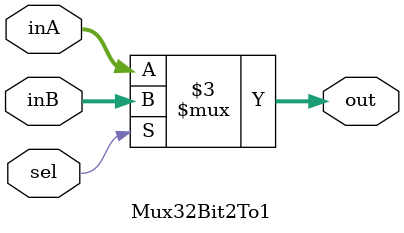
<source format=v>
`timescale 1ns / 1ps


module Mux32Bit2To1(out, inA, inB, sel);

    output reg [31:0] out;
    
    input [31:0] inA;
    input [31:0] inB;
    input sel;

    always @ (inA, inB, sel) begin
    
        if (sel)
            out <= inB;
        else
            out <= inA;
    end

endmodule

</source>
